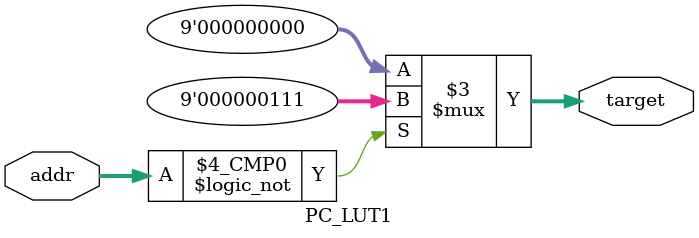
<source format=sv>
module PC_LUT1 #(parameter D=9)(
  input       [5:0] addr,	   // target 4 values
  output logic[D-1:0] target);

  always_comb case(addr)
    000000: target = 7;   // loop
	default: target = 'b0;  // hold PC  
  endcase

endmodule
</source>
